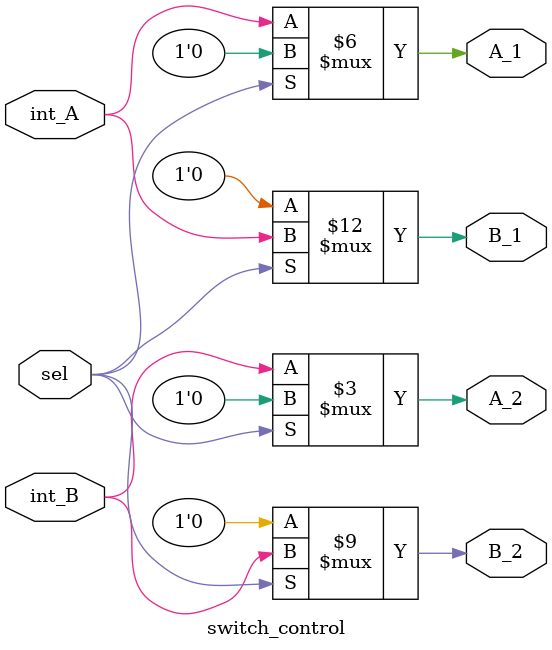
<source format=v>
`timescale 1ns / 1ps
module switch_control(int_A, int_B, A_1, A_2 ,B_1, B_2, sel);
	input int_A, int_B, sel;
	output A_1, B_1, A_2 ,B_2;
	wire int_A, int_B, sel;
	reg A_1, B_1, A_2 ,B_2;
	always @*
		begin
			if (sel)
				begin
				B_1 <= int_A;//sera activada corriente
				B_2 <= int_B;//
				A_1 <= 0;//
				A_2 <= 0;
				end
			else
				begin
				A_1 <= int_A;//
				A_2 <= int_B; //Sera activada frecuencia
				B_1 <= 0;
				B_2 <= 0;
				end
		end
		
endmodule
			
				
		



</source>
